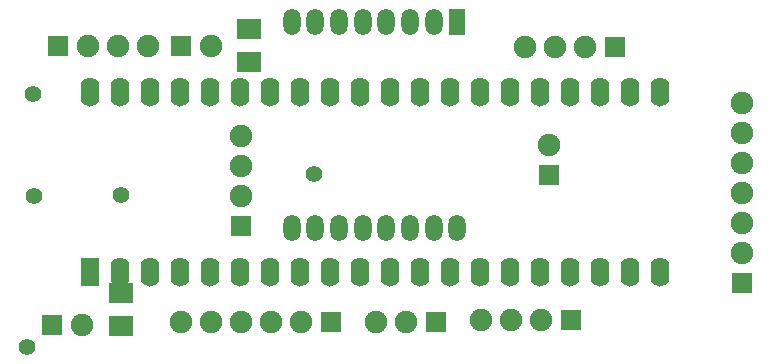
<source format=gbr>
G04 #@! TF.FileFunction,Soldermask,Top*
%FSLAX46Y46*%
G04 Gerber Fmt 4.6, Leading zero omitted, Abs format (unit mm)*
G04 Created by KiCad (PCBNEW (2015-01-16 BZR 5376)-product) date 20/06/2015 16:12:35*
%MOMM*%
G01*
G04 APERTURE LIST*
%ADD10C,0.100000*%
%ADD11R,1.800200X1.800200*%
%ADD12C,1.899260*%
%ADD13R,1.597000X2.486000*%
%ADD14O,1.597000X2.486000*%
%ADD15R,2.003400X1.800200*%
%ADD16R,1.701140X1.701140*%
%ADD17R,1.470000X2.232000*%
%ADD18O,1.470000X2.232000*%
%ADD19C,1.398880*%
G04 APERTURE END LIST*
D10*
D11*
X137160000Y-108712000D03*
D12*
X137160000Y-106172000D03*
X137160000Y-103632000D03*
X137160000Y-101092000D03*
D11*
X168783000Y-93599000D03*
D12*
X166243000Y-93599000D03*
X163703000Y-93599000D03*
X161163000Y-93599000D03*
D11*
X165100000Y-116713000D03*
D12*
X162560000Y-116713000D03*
X160020000Y-116713000D03*
X157480000Y-116713000D03*
D13*
X124371100Y-112623600D03*
D14*
X126911100Y-112623600D03*
X129451100Y-112623600D03*
X131991100Y-112623600D03*
X134531100Y-112623600D03*
X137071100Y-112623600D03*
X139611100Y-112623600D03*
X142151100Y-112623600D03*
X144691100Y-112623600D03*
X147231100Y-112623600D03*
X149771100Y-112623600D03*
X152311100Y-112623600D03*
X154851100Y-112623600D03*
X157391100Y-112623600D03*
X159931100Y-112623600D03*
X162471100Y-112623600D03*
X165011100Y-112623600D03*
X167551100Y-112623600D03*
X170091100Y-112623600D03*
X172631100Y-112623600D03*
X172631100Y-97383600D03*
X170091100Y-97383600D03*
X167551100Y-97383600D03*
X165011100Y-97383600D03*
X162471100Y-97383600D03*
X159931100Y-97383600D03*
X157391100Y-97383600D03*
X154851100Y-97383600D03*
X152311100Y-97383600D03*
X149771100Y-97383600D03*
X147231100Y-97383600D03*
X144691100Y-97383600D03*
X142151100Y-97383600D03*
X139611100Y-97383600D03*
X137071100Y-97383600D03*
X134531100Y-97383600D03*
X131991100Y-97383600D03*
X129451100Y-97383600D03*
X126911100Y-97383600D03*
X124371100Y-97383600D03*
D15*
X137795000Y-92075000D03*
X137795000Y-94869000D03*
D16*
X121158000Y-117094000D03*
D12*
X123698000Y-117094000D03*
D16*
X144780000Y-116840000D03*
D12*
X142240000Y-116840000D03*
X139700000Y-116840000D03*
X137160000Y-116840000D03*
X134620000Y-116840000D03*
X132080000Y-116840000D03*
D15*
X127000000Y-117221000D03*
X127000000Y-114427000D03*
D16*
X179578000Y-113538000D03*
D12*
X179578000Y-110998000D03*
X179578000Y-108458000D03*
X179578000Y-105918000D03*
X179578000Y-103378000D03*
X179578000Y-100838000D03*
X179578000Y-98298000D03*
D16*
X132080000Y-93472000D03*
D12*
X134620000Y-93472000D03*
D11*
X121666000Y-93472000D03*
D12*
X124206000Y-93472000D03*
X126746000Y-93472000D03*
X129286000Y-93472000D03*
D17*
X155448000Y-91440000D03*
D18*
X153449020Y-91440000D03*
X151450040Y-91440000D03*
X149448520Y-91440000D03*
X147449540Y-91440000D03*
X145448020Y-91440000D03*
X143449040Y-91440000D03*
X141450060Y-91440000D03*
X141450060Y-108889800D03*
X143449040Y-108889800D03*
X145448020Y-108889800D03*
X147449540Y-108889800D03*
X149448520Y-108889800D03*
X151450040Y-108889800D03*
X153449020Y-108889800D03*
X155448000Y-108889800D03*
D19*
X119634000Y-106172000D03*
D16*
X153670000Y-116840000D03*
D12*
X151130000Y-116840000D03*
X148590000Y-116840000D03*
D16*
X163195000Y-104394000D03*
D12*
X163195000Y-101854000D03*
D19*
X143319500Y-104330500D03*
X118999000Y-118999000D03*
X119570500Y-97536000D03*
X127000000Y-106108500D03*
M02*

</source>
